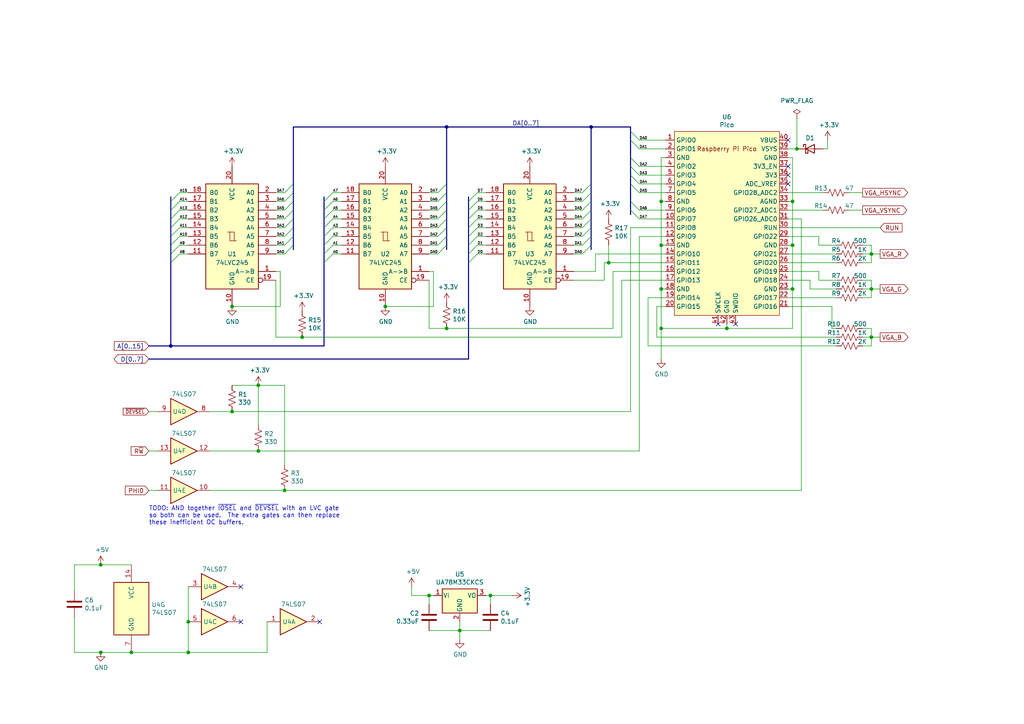
<source format=kicad_sch>
(kicad_sch (version 20230121) (generator eeschema)
  (paper "A4")
  (title_block (title "Apple II VGA Card") (date "2023-10-28") (rev "B") (comment 1 "Licensed under CERN-OHL-P V2.0 (https://ohwr.org/cern_ohl_p_v2.txt)") (comment 2 "Copyright (c) 2021-2022 Mark Aikens") (comment 3 "rev. B 2023 MSXmakers!"))
  (lib_symbols
    (symbol "74xx:74LS07" (pin_names (offset 1.016))
      (property "Reference" "U" (at 0 1.27 0))
      (property "Value" "74LS07" (at 0 -1.27 0))
      (symbol "74LS07_1_0"
        (polyline (pts (xy -3.81 3.81) (xy -3.81 -3.81) (xy 3.81 0) (xy -3.81 3.81)) (stroke (width 0.254)) (fill (type background)))
        (pin input line (at -7.62 0 0) (length 3.81) (name "~") (number "1"))
        (pin open_collector line (at 7.62 0 180) (length 3.81) (name "~") (number "2"))
      )
      (symbol "74LS07_2_0"
        (polyline (pts (xy -3.81 3.81) (xy -3.81 -3.81) (xy 3.81 0) (xy -3.81 3.81)) (stroke (width 0.254)) (fill (type background)))
        (pin input line (at -7.62 0 0) (length 3.81) (name "~") (number "3"))
        (pin open_collector line (at 7.62 0 180) (length 3.81) (name "~") (number "4"))
      )
      (symbol "74LS07_3_0"
        (polyline (pts (xy -3.81 3.81) (xy -3.81 -3.81) (xy 3.81 0) (xy -3.81 3.81)) (stroke (width 0.254)) (fill (type background)))
        (pin input line (at -7.62 0 0) (length 3.81) (name "~") (number "5"))
        (pin open_collector line (at 7.62 0 180) (length 3.81) (name "~") (number "6"))
      )
      (symbol "74LS07_4_0"
        (polyline (pts (xy -3.81 3.81) (xy -3.81 -3.81) (xy 3.81 0) (xy -3.81 3.81)) (stroke (width 0.254)) (fill (type background)))
        (pin open_collector line (at 7.62 0 180) (length 3.81) (name "~") (number "8"))
        (pin input line (at -7.62 0 0) (length 3.81) (name "~") (number "9"))
      )
      (symbol "74LS07_5_0"
        (polyline (pts (xy -3.81 3.81) (xy -3.81 -3.81) (xy 3.81 0) (xy -3.81 3.81)) (stroke (width 0.254)) (fill (type background)))
        (pin open_collector line (at 7.62 0 180) (length 3.81) (name "~") (number "10"))
        (pin input line (at -7.62 0 0) (length 3.81) (name "~") (number "11"))
      )
      (symbol "74LS07_6_0"
        (polyline (pts (xy -3.81 3.81) (xy -3.81 -3.81) (xy 3.81 0) (xy -3.81 3.81)) (stroke (width 0.254)) (fill (type background)))
        (pin open_collector line (at 7.62 0 180) (length 3.81) (name "~") (number "12"))
        (pin input line (at -7.62 0 0) (length 3.81) (name "~") (number "13"))
      )
      (symbol "74LS07_7_0"
        (pin power_in line (at 0 12.7 270) (length 5.08) (name "VCC") (number "14"))
        (pin power_in line (at 0 -12.7 90) (length 5.08) (name "GND") (number "7"))
      )
      (symbol "74LS07_7_1"
        (rectangle (start -5.08 7.62) (end 5.08 -7.62) (stroke (width 0.254)) (fill (type background)))
      )
    )
    (symbol "74xx:74LS245" (pin_names (offset 1.016))
      (property "Reference" "U" (at -7.62 16.51 0))
      (property "Value" "74LS245" (at -7.62 -16.51 0))
      (symbol "74LS245_1_0"
        (polyline (pts (xy -0.635 -1.27) (xy -0.635 1.27) (xy 0.635 1.27)))
        (polyline (pts (xy -1.27 -1.27) (xy 0.635 -1.27) (xy 0.635 1.27) (xy 1.27 1.27)))
        (pin input line (at -12.7 -10.16 0) (length 5.08) (name "A->B") (number "1"))
        (pin power_in line (at 0 -20.32 90) (length 5.08) (name "GND") (number "10"))
        (pin tri_state line (at 12.7 -5.08 180) (length 5.08) (name "B7") (number "11"))
        (pin tri_state line (at 12.7 -2.54 180) (length 5.08) (name "B6") (number "12"))
        (pin tri_state line (at 12.7 0 180) (length 5.08) (name "B5") (number "13"))
        (pin tri_state line (at 12.7 2.54 180) (length 5.08) (name "B4") (number "14"))
        (pin tri_state line (at 12.7 5.08 180) (length 5.08) (name "B3") (number "15"))
        (pin tri_state line (at 12.7 7.62 180) (length 5.08) (name "B2") (number "16"))
        (pin tri_state line (at 12.7 10.16 180) (length 5.08) (name "B1") (number "17"))
        (pin tri_state line (at 12.7 12.7 180) (length 5.08) (name "B0") (number "18"))
        (pin input inverted (at -12.7 -12.7 0) (length 5.08) (name "CE") (number "19"))
        (pin tri_state line (at -12.7 12.7 0) (length 5.08) (name "A0") (number "2"))
        (pin power_in line (at 0 20.32 270) (length 5.08) (name "VCC") (number "20"))
        (pin tri_state line (at -12.7 10.16 0) (length 5.08) (name "A1") (number "3"))
        (pin tri_state line (at -12.7 7.62 0) (length 5.08) (name "A2") (number "4"))
        (pin tri_state line (at -12.7 5.08 0) (length 5.08) (name "A3") (number "5"))
        (pin tri_state line (at -12.7 2.54 0) (length 5.08) (name "A4") (number "6"))
        (pin tri_state line (at -12.7 0 0) (length 5.08) (name "A5") (number "7"))
        (pin tri_state line (at -12.7 -2.54 0) (length 5.08) (name "A6") (number "8"))
        (pin tri_state line (at -12.7 -5.08 0) (length 5.08) (name "A7") (number "9"))
      )
      (symbol "74LS245_1_1"
        (rectangle (start -7.62 15.24) (end 7.62 -15.24) (stroke (width 0.254)) (fill (type background)))
      )
    )
    (symbol "Device:C" (pin_numbers hide) (pin_names (offset 0.254))
      (property "Reference" "C" (at 0.635 2.54 0))
      (property "Value" "C" (at 0.635 -2.54 0))
      (symbol "C_0_1"
        (polyline (pts (xy -2.032 -0.762) (xy 2.032 -0.762)) (stroke (width 0.508)))
        (polyline (pts (xy -2.032 0.762) (xy 2.032 0.762)) (stroke (width 0.508)))
      )
      (symbol "C_1_1"
        (pin passive line (at 0 3.81 270) (length 2.794) (name "~") (number "1"))
        (pin passive line (at 0 -3.81 90) (length 2.794) (name "~") (number "2"))
      )
    )
    (symbol "Device:D_Schottky" (pin_numbers hide) (pin_names (offset 1.016) hide)
      (property "Reference" "D" (at 0 2.54 0))
      (property "Value" "D_Schottky" (at 0 -2.54 0))
      (symbol "D_Schottky_0_1"
        (polyline (pts (xy 1.27 0) (xy -1.27 0)))
        (polyline (pts (xy 1.27 1.27) (xy 1.27 -1.27) (xy -1.27 0) (xy 1.27 1.27)) (stroke (width 0.254)))
        (polyline (pts (xy -1.905 0.635) (xy -1.905 1.27) (xy -1.27 1.27) (xy -1.27 -1.27) (xy -0.635 -1.27) (xy -0.635 -0.635)) (stroke (width 0.254)))
      )
      (symbol "D_Schottky_1_1"
        (pin passive line (at -3.81 0 0) (length 2.54) (name "K") (number "1"))
        (pin passive line (at 3.81 0 180) (length 2.54) (name "A") (number "2"))
      )
    )
    (symbol "Device:R_US" (pin_numbers hide) (pin_names (offset 0))
      (property "Reference" "R" (at 2.54 0 90))
      (property "Value" "R_US" (at -2.54 0 90))
      (symbol "R_US_0_1"
        (polyline (pts (xy 0 -2.286) (xy 0 -2.54)))
        (polyline (pts (xy 0 2.286) (xy 0 2.54)))
        (polyline (pts (xy 0 -0.762) (xy 1.016 -1.143) (xy 0 -1.524) (xy -1.016 -1.905) (xy 0 -2.286)))
        (polyline (pts (xy 0 0.762) (xy 1.016 0.381) (xy 0 0) (xy -1.016 -0.381) (xy 0 -0.762)))
        (polyline (pts (xy 0 2.286) (xy 1.016 1.905) (xy 0 1.524) (xy -1.016 1.143) (xy 0 0.762)))
      )
      (symbol "R_US_1_1"
        (pin passive line (at 0 3.81 270) (length 1.27) (name "~") (number "1"))
        (pin passive line (at 0 -3.81 90) (length 1.27) (name "~") (number "2"))
      )
    )
    (symbol "MCU_RaspberryPi_and_Boards:Pico"
      (property "Reference" "U" (at -13.97 27.94 0))
      (property "Value" "Pico" (at 0 19.05 0))
      (symbol "Pico_0_0"
        (text "Raspberry Pi Pico" (at 0 21.59 0) (effects (font (size 1.27 1.27))))
      )
      (symbol "Pico_0_1"
        (rectangle (start -15.24 26.67) (end 15.24 -26.67) (fill (type background)))
      )
      (symbol "Pico_1_1"
        (pin bidirectional line (at -17.78 24.13 0) (length 2.54) (name "GPIO0") (number "1"))
        (pin bidirectional line (at -17.78 1.27 0) (length 2.54) (name "GPIO7") (number "10"))
        (pin bidirectional line (at -17.78 -1.27 0) (length 2.54) (name "GPIO8") (number "11"))
        (pin bidirectional line (at -17.78 -3.81 0) (length 2.54) (name "GPIO9") (number "12"))
        (pin power_in line (at -17.78 -6.35 0) (length 2.54) (name "GND") (number "13"))
        (pin bidirectional line (at -17.78 -8.89 0) (length 2.54) (name "GPIO10") (number "14"))
        (pin bidirectional line (at -17.78 -11.43 0) (length 2.54) (name "GPIO11") (number "15"))
        (pin bidirectional line (at -17.78 -13.97 0) (length 2.54) (name "GPIO12") (number "16"))
        (pin bidirectional line (at -17.78 -16.51 0) (length 2.54) (name "GPIO13") (number "17"))
        (pin power_in line (at -17.78 -19.05 0) (length 2.54) (name "GND") (number "18"))
        (pin bidirectional line (at -17.78 -21.59 0) (length 2.54) (name "GPIO14") (number "19"))
        (pin bidirectional line (at -17.78 21.59 0) (length 2.54) (name "GPIO1") (number "2"))
        (pin bidirectional line (at -17.78 -24.13 0) (length 2.54) (name "GPIO15") (number "20"))
        (pin bidirectional line (at 17.78 -24.13 180) (length 2.54) (name "GPIO16") (number "21"))
        (pin bidirectional line (at 17.78 -21.59 180) (length 2.54) (name "GPIO17") (number "22"))
        (pin power_in line (at 17.78 -19.05 180) (length 2.54) (name "GND") (number "23"))
        (pin bidirectional line (at 17.78 -16.51 180) (length 2.54) (name "GPIO18") (number "24"))
        (pin bidirectional line (at 17.78 -13.97 180) (length 2.54) (name "GPIO19") (number "25"))
        (pin bidirectional line (at 17.78 -11.43 180) (length 2.54) (name "GPIO20") (number "26"))
        (pin bidirectional line (at 17.78 -8.89 180) (length 2.54) (name "GPIO21") (number "27"))
        (pin power_in line (at 17.78 -6.35 180) (length 2.54) (name "GND") (number "28"))
        (pin bidirectional line (at 17.78 -3.81 180) (length 2.54) (name "GPIO22") (number "29"))
        (pin power_in line (at -17.78 19.05 0) (length 2.54) (name "GND") (number "3"))
        (pin input line (at 17.78 -1.27 180) (length 2.54) (name "RUN") (number "30"))
        (pin bidirectional line (at 17.78 1.27 180) (length 2.54) (name "GPIO26_ADC0") (number "31"))
        (pin bidirectional line (at 17.78 3.81 180) (length 2.54) (name "GPIO27_ADC1") (number "32"))
        (pin power_in line (at 17.78 6.35 180) (length 2.54) (name "AGND") (number "33"))
        (pin bidirectional line (at 17.78 8.89 180) (length 2.54) (name "GPIO28_ADC2") (number "34"))
        (pin power_in line (at 17.78 11.43 180) (length 2.54) (name "ADC_VREF") (number "35"))
        (pin power_in line (at 17.78 13.97 180) (length 2.54) (name "3V3") (number "36"))
        (pin input line (at 17.78 16.51 180) (length 2.54) (name "3V3_EN") (number "37"))
        (pin bidirectional line (at 17.78 19.05 180) (length 2.54) (name "GND") (number "38"))
        (pin power_in line (at 17.78 21.59 180) (length 2.54) (name "VSYS") (number "39"))
        (pin bidirectional line (at -17.78 16.51 0) (length 2.54) (name "GPIO2") (number "4"))
        (pin power_in line (at 17.78 24.13 180) (length 2.54) (name "VBUS") (number "40"))
        (pin input line (at -2.54 -29.21 90) (length 2.54) (name "SWCLK") (number "41"))
        (pin power_in line (at 0 -29.21 90) (length 2.54) (name "GND") (number "42"))
        (pin bidirectional line (at 2.54 -29.21 90) (length 2.54) (name "SWDIO") (number "43"))
        (pin bidirectional line (at -17.78 13.97 0) (length 2.54) (name "GPIO3") (number "5"))
        (pin bidirectional line (at -17.78 11.43 0) (length 2.54) (name "GPIO4") (number "6"))
        (pin bidirectional line (at -17.78 8.89 0) (length 2.54) (name "GPIO5") (number "7"))
        (pin power_in line (at -17.78 6.35 0) (length 2.54) (name "GND") (number "8"))
        (pin bidirectional line (at -17.78 3.81 0) (length 2.54) (name "GPIO6") (number "9"))
      )
    )
    (symbol "Regulator_Linear:LF33_TO220" (pin_names (offset 0.254))
      (property "Reference" "U" (at -3.81 3.175 0))
      (property "Value" "LF33_TO220" (at 0 3.175 0))
      (symbol "LF33_TO220_0_1"
        (rectangle (start -5.08 1.905) (end 5.08 -5.08) (stroke (width 0.254)) (fill (type background)))
      )
      (symbol "LF33_TO220_1_1"
        (pin power_in line (at -7.62 0 0) (length 2.54) (name "VI") (number "1"))
        (pin power_in line (at 0 -7.62 90) (length 2.54) (name "GND") (number "2"))
        (pin power_out line (at 7.62 0 180) (length 2.54) (name "VO") (number "3"))
      )
    )
    (symbol "power:+3.3V" (power) (pin_names (offset 0))
      (property "Value" "+3.3V" (at 0 3.556 0))
      (symbol "+3.3V_0_1"
        (polyline (pts (xy -0.762 1.27) (xy 0 2.54)))
        (polyline (pts (xy 0 0) (xy 0 2.54)))
        (polyline (pts (xy 0 2.54) (xy 0.762 1.27)))
      )
      (symbol "+3.3V_1_1"
        (pin power_in line (at 0 0 90) (length 0) hide (name "+3.3V") (number "1"))
      )
    )
    (symbol "power:+5V" (power) (pin_names (offset 0))
      (property "Value" "+5V" (at 0 3.556 0))
      (symbol "+5V_0_1"
        (polyline (pts (xy -0.762 1.27) (xy 0 2.54)))
        (polyline (pts (xy 0 0) (xy 0 2.54)))
        (polyline (pts (xy 0 2.54) (xy 0.762 1.27)))
      )
      (symbol "+5V_1_1"
        (pin power_in line (at 0 0 90) (length 0) hide (name "+5V") (number "1"))
      )
    )
    (symbol "power:GND" (power) (pin_names (offset 0))
      (property "Value" "GND" (at 0 -3.81 0))
      (symbol "GND_0_1"
        (polyline (pts (xy 0 0) (xy 0 -1.27) (xy 1.27 -1.27) (xy 0 -2.54) (xy -1.27 -1.27) (xy 0 -1.27)))
      )
      (symbol "GND_1_1"
        (pin power_in line (at 0 0 270) (length 0) hide (name "GND") (number "1"))
      )
    )
    (symbol "power:PWR_FLAG" (power) (pin_numbers hide) (pin_names (offset 0) hide)
      (property "Value" "PWR_FLAG" (at 0 3.81 0))
      (symbol "PWR_FLAG_0_0"
        (pin power_out line (at 0 0 90) (length 0) (name "pwr") (number "1"))
      )
      (symbol "PWR_FLAG_0_1"
        (polyline (pts (xy 0 0) (xy 0 1.27) (xy -1.016 1.905) (xy 0 2.54) (xy 1.016 1.905) (xy 0 1.27)))
      )
    )
  )
  (junction (at 38.1 189.23))
  (junction (at 74.93 111.76))
  (junction (at 67.31 88.9))
  (junction (at 129.54 36.83))
  (junction (at 142.24 172.72))
  (junction (at 54.61 180.34))
  (junction (at 49.53 100.33))
  (junction (at 87.63 97.79))
  (junction (at 176.53 76.2))
  (junction (at 231.14 43.18))
  (junction (at 191.77 58.42))
  (junction (at 191.77 95.25))
  (junction (at 252.73 83.82))
  (junction (at 29.21 163.83))
  (junction (at 191.77 83.82))
  (junction (at 191.77 71.12))
  (junction (at 82.55 142.24))
  (junction (at 29.21 189.23))
  (junction (at 229.87 71.12))
  (junction (at 229.87 58.42))
  (junction (at 74.93 130.81))
  (junction (at 210.82 95.25))
  (junction (at 171.45 36.83))
  (junction (at 129.54 95.25))
  (junction (at 124.46 172.72))
  (junction (at 252.73 73.66))
  (junction (at 111.76 88.9))
  (junction (at 229.87 83.82))
  (junction (at 54.61 189.23))
  (junction (at 67.31 119.38))
  (junction (at 252.73 97.79))
  (junction (at 133.35 182.88))
  (no_connect (at 228.6 48.26))
  (no_connect (at 213.36 93.98))
  (no_connect (at 228.6 40.64))
  (no_connect (at 69.85 180.34))
  (no_connect (at 228.6 53.34))
  (no_connect (at 92.71 180.34))
  (no_connect (at 69.85 170.18))
  (no_connect (at 208.28 93.98))
  (no_connect (at 228.6 50.8))
  (bus_entry (at 185.42 63.5) (size -2.54 -2.54))
  (bus_entry (at 135.89 63.5) (size 2.54 -2.54))
  (bus_entry (at 49.53 68.58) (size 2.54 -2.54))
  (bus_entry (at 93.98 66.04) (size 2.54 -2.54))
  (bus_entry (at 93.98 68.58) (size 2.54 -2.54))
  (bus_entry (at 185.42 48.26) (size -2.54 -2.54))
  (bus_entry (at 135.89 71.12) (size 2.54 -2.54))
  (bus_entry (at 82.55 55.88) (size 2.54 -2.54))
  (bus_entry (at 127 55.88) (size 2.54 -2.54))
  (bus_entry (at 49.53 63.5) (size 2.54 -2.54))
  (bus_entry (at 127 63.5) (size 2.54 -2.54))
  (bus_entry (at 93.98 58.42) (size 2.54 -2.54))
  (bus_entry (at 185.42 40.64) (size -2.54 -2.54))
  (bus_entry (at 185.42 55.88) (size -2.54 -2.54))
  (bus_entry (at 135.89 66.04) (size 2.54 -2.54))
  (bus_entry (at 127 68.58) (size 2.54 -2.54))
  (bus_entry (at 93.98 73.66) (size 2.54 -2.54))
  (bus_entry (at 185.42 43.18) (size -2.54 -2.54))
  (bus_entry (at 127 71.12) (size 2.54 -2.54))
  (bus_entry (at 49.53 71.12) (size 2.54 -2.54))
  (bus_entry (at 82.55 63.5) (size 2.54 -2.54))
  (bus_entry (at 93.98 71.12) (size 2.54 -2.54))
  (bus_entry (at 168.91 58.42) (size 2.54 -2.54))
  (bus_entry (at 168.91 68.58) (size 2.54 -2.54))
  (bus_entry (at 135.89 76.2) (size 2.54 -2.54))
  (bus_entry (at 93.98 63.5) (size 2.54 -2.54))
  (bus_entry (at 168.91 66.04) (size 2.54 -2.54))
  (bus_entry (at 82.55 60.96) (size 2.54 -2.54))
  (bus_entry (at 185.42 50.8) (size -2.54 -2.54))
  (bus_entry (at 168.91 60.96) (size 2.54 -2.54))
  (bus_entry (at 127 73.66) (size 2.54 -2.54))
  (bus_entry (at 127 60.96) (size 2.54 -2.54))
  (bus_entry (at 135.89 68.58) (size 2.54 -2.54))
  (bus_entry (at 135.89 58.42) (size 2.54 -2.54))
  (bus_entry (at 82.55 68.58) (size 2.54 -2.54))
  (bus_entry (at 135.89 60.96) (size 2.54 -2.54))
  (bus_entry (at 82.55 58.42) (size 2.54 -2.54))
  (bus_entry (at 49.53 73.66) (size 2.54 -2.54))
  (bus_entry (at 168.91 71.12) (size 2.54 -2.54))
  (bus_entry (at 93.98 60.96) (size 2.54 -2.54))
  (bus_entry (at 82.55 71.12) (size 2.54 -2.54))
  (bus_entry (at 185.42 60.96) (size -2.54 -2.54))
  (bus_entry (at 185.42 53.34) (size -2.54 -2.54))
  (bus_entry (at 82.55 66.04) (size 2.54 -2.54))
  (bus_entry (at 49.53 66.04) (size 2.54 -2.54))
  (bus_entry (at 168.91 55.88) (size 2.54 -2.54))
  (bus_entry (at 93.98 76.2) (size 2.54 -2.54))
  (bus_entry (at 82.55 73.66) (size 2.54 -2.54))
  (bus_entry (at 168.91 73.66) (size 2.54 -2.54))
  (bus_entry (at 127 58.42) (size 2.54 -2.54))
  (bus_entry (at 135.89 73.66) (size 2.54 -2.54))
  (bus_entry (at 127 66.04) (size 2.54 -2.54))
  (bus_entry (at 168.91 63.5) (size 2.54 -2.54))
  (bus_entry (at 49.53 76.2) (size 2.54 -2.54))
  (bus_entry (at 49.53 60.96) (size 2.54 -2.54))
  (bus_entry (at 49.53 58.42) (size 2.54 -2.54))
  (wire (pts (xy 29.21 189.23) (xy 38.1 189.23)))
  (wire (pts (xy 172.72 73.66) (xy 193.04 73.66)))
  (wire (pts (xy 229.87 83.82) (xy 229.87 71.12)))
  (bus (pts (xy 182.88 36.83) (xy 182.88 38.1)))
  (wire (pts (xy 250.19 81.28) (xy 252.73 81.28)))
  (wire (pts (xy 74.93 111.76) (xy 74.93 123.19)))
  (bus (pts (xy 93.98 63.5) (xy 93.98 66.04)))
  (wire (pts (xy 52.07 68.58) (xy 54.61 68.58)))
  (bus (pts (xy 135.89 66.04) (xy 135.89 68.58)))
  (wire (pts (xy 77.47 189.23) (xy 77.47 180.34)))
  (wire (pts (xy 252.73 81.28) (xy 252.73 83.82)))
  (bus (pts (xy 85.09 36.83) (xy 129.54 36.83)))
  (wire (pts (xy 228.6 73.66) (xy 242.57 73.66)))
  (wire (pts (xy 45.72 142.24) (xy 43.18 142.24)))
  (wire (pts (xy 252.73 83.82) (xy 250.19 83.82)))
  (wire (pts (xy 255.27 73.66) (xy 252.73 73.66)))
  (bus (pts (xy 182.88 58.42) (xy 182.88 60.96)))
  (bus (pts (xy 135.89 76.2) (xy 135.89 104.14)))
  (bus (pts (xy 129.54 63.5) (xy 129.54 66.04)))
  (wire (pts (xy 229.87 71.12) (xy 228.6 71.12)))
  (wire (pts (xy 140.97 71.12) (xy 138.43 71.12)))
  (wire (pts (xy 140.97 172.72) (xy 142.24 172.72)))
  (wire (pts (xy 191.77 95.25) (xy 191.77 83.82)))
  (wire (pts (xy 242.57 81.28) (xy 237.49 81.28)))
  (wire (pts (xy 54.61 180.34) (xy 54.61 189.23)))
  (wire (pts (xy 166.37 81.28) (xy 175.26 81.28)))
  (wire (pts (xy 190.5 88.9) (xy 193.04 88.9)))
  (wire (pts (xy 185.42 63.5) (xy 193.04 63.5)))
  (wire (pts (xy 82.55 73.66) (xy 80.01 73.66)))
  (wire (pts (xy 82.55 111.76) (xy 82.55 134.62)))
  (wire (pts (xy 228.6 76.2) (xy 242.57 76.2)))
  (wire (pts (xy 191.77 83.82) (xy 191.77 71.12)))
  (wire (pts (xy 99.06 71.12) (xy 96.52 71.12)))
  (bus (pts (xy 135.89 71.12) (xy 135.89 73.66)))
  (wire (pts (xy 237.49 71.12) (xy 237.49 68.58)))
  (wire (pts (xy 140.97 58.42) (xy 138.43 58.42)))
  (bus (pts (xy 182.88 50.8) (xy 182.88 53.34)))
  (wire (pts (xy 176.53 76.2) (xy 193.04 76.2)))
  (wire (pts (xy 140.97 55.88) (xy 138.43 55.88)))
  (wire (pts (xy 80.01 97.79) (xy 87.63 97.79)))
  (wire (pts (xy 60.96 119.38) (xy 67.31 119.38)))
  (wire (pts (xy 127 68.58) (xy 124.46 68.58)))
  (wire (pts (xy 250.19 55.88) (xy 246.38 55.88)))
  (wire (pts (xy 52.07 71.12) (xy 54.61 71.12)))
  (wire (pts (xy 252.73 86.36) (xy 252.73 83.82)))
  (bus (pts (xy 182.88 40.64) (xy 182.88 45.72)))
  (wire (pts (xy 176.53 71.12) (xy 176.53 76.2)))
  (wire (pts (xy 129.54 95.25) (xy 177.8 95.25)))
  (bus (pts (xy 129.54 66.04) (xy 129.54 68.58)))
  (bus (pts (xy 171.45 36.83) (xy 182.88 36.83)))
  (wire (pts (xy 52.07 63.5) (xy 54.61 63.5)))
  (wire (pts (xy 80.01 71.12) (xy 82.55 71.12)))
  (wire (pts (xy 185.42 68.58) (xy 193.04 68.58)))
  (bus (pts (xy 182.88 53.34) (xy 182.88 58.42)))
  (bus (pts (xy 129.54 36.83) (xy 171.45 36.83)))
  (wire (pts (xy 185.42 60.96) (xy 193.04 60.96)))
  (wire (pts (xy 124.46 95.25) (xy 129.54 95.25)))
  (wire (pts (xy 241.3 95.25) (xy 242.57 95.25)))
  (wire (pts (xy 52.07 73.66) (xy 54.61 73.66)))
  (wire (pts (xy 99.06 58.42) (xy 96.52 58.42)))
  (wire (pts (xy 255.27 97.79) (xy 252.73 97.79)))
  (wire (pts (xy 140.97 68.58) (xy 138.43 68.58)))
  (wire (pts (xy 234.95 81.28) (xy 228.6 81.28)))
  (wire (pts (xy 252.73 97.79) (xy 250.19 97.79)))
  (wire (pts (xy 191.77 58.42) (xy 193.04 58.42)))
  (wire (pts (xy 168.91 66.04) (xy 166.37 66.04)))
  (bus (pts (xy 49.53 68.58) (xy 49.53 71.12)))
  (wire (pts (xy 99.06 60.96) (xy 96.52 60.96)))
  (wire (pts (xy 52.07 60.96) (xy 54.61 60.96)))
  (wire (pts (xy 250.19 76.2) (xy 252.73 76.2)))
  (wire (pts (xy 87.63 97.79) (xy 180.34 97.79)))
  (wire (pts (xy 193.04 50.8) (xy 185.42 50.8)))
  (wire (pts (xy 250.19 100.33) (xy 252.73 100.33)))
  (wire (pts (xy 124.46 172.72) (xy 119.38 172.72)))
  (wire (pts (xy 185.42 53.34) (xy 193.04 53.34)))
  (bus (pts (xy 171.45 63.5) (xy 171.45 66.04)))
  (wire (pts (xy 124.46 81.28) (xy 124.46 95.25)))
  (wire (pts (xy 74.93 111.76) (xy 67.31 111.76)))
  (wire (pts (xy 168.91 71.12) (xy 166.37 71.12)))
  (bus (pts (xy 85.09 55.88) (xy 85.09 58.42)))
  (wire (pts (xy 82.55 55.88) (xy 80.01 55.88)))
  (wire (pts (xy 185.42 55.88) (xy 193.04 55.88)))
  (wire (pts (xy 231.14 34.29) (xy 231.14 43.18)))
  (wire (pts (xy 187.96 86.36) (xy 193.04 86.36)))
  (wire (pts (xy 82.55 66.04) (xy 80.01 66.04)))
  (wire (pts (xy 240.03 40.64) (xy 240.03 43.18)))
  (bus (pts (xy 85.09 53.34) (xy 85.09 55.88)))
  (wire (pts (xy 168.91 58.42) (xy 166.37 58.42)))
  (bus (pts (xy 93.98 68.58) (xy 93.98 71.12)))
  (bus (pts (xy 85.09 66.04) (xy 85.09 68.58)))
  (wire (pts (xy 166.37 73.66) (xy 168.91 73.66)))
  (wire (pts (xy 190.5 97.79) (xy 242.57 97.79)))
  (wire (pts (xy 166.37 78.74) (xy 172.72 78.74)))
  (wire (pts (xy 142.24 172.72) (xy 142.24 175.26)))
  (wire (pts (xy 67.31 119.38) (xy 182.88 119.38)))
  (wire (pts (xy 82.55 63.5) (xy 80.01 63.5)))
  (wire (pts (xy 210.82 95.25) (xy 229.87 95.25)))
  (wire (pts (xy 187.96 100.33) (xy 242.57 100.33)))
  (wire (pts (xy 127 71.12) (xy 124.46 71.12)))
  (bus (pts (xy 171.45 55.88) (xy 171.45 58.42)))
  (bus (pts (xy 129.54 36.83) (xy 129.54 53.34)))
  (wire (pts (xy 99.06 55.88) (xy 96.52 55.88)))
  (bus (pts (xy 49.53 100.33) (xy 93.98 100.33)))
  (bus (pts (xy 182.88 48.26) (xy 182.88 50.8)))
  (wire (pts (xy 191.77 71.12) (xy 191.77 58.42)))
  (wire (pts (xy 140.97 66.04) (xy 138.43 66.04)))
  (wire (pts (xy 125.73 172.72) (xy 124.46 172.72)))
  (wire (pts (xy 29.21 163.83) (xy 38.1 163.83)))
  (wire (pts (xy 180.34 81.28) (xy 193.04 81.28)))
  (wire (pts (xy 52.07 55.88) (xy 54.61 55.88)))
  (bus (pts (xy 93.98 58.42) (xy 93.98 60.96)))
  (wire (pts (xy 80.01 78.74) (xy 81.28 78.74)))
  (wire (pts (xy 127 73.66) (xy 124.46 73.66)))
  (wire (pts (xy 99.06 66.04) (xy 96.52 66.04)))
  (wire (pts (xy 99.06 63.5) (xy 96.52 63.5)))
  (wire (pts (xy 133.35 182.88) (xy 133.35 180.34)))
  (bus (pts (xy 135.89 57.15) (xy 135.89 58.42)))
  (wire (pts (xy 82.55 142.24) (xy 232.41 142.24)))
  (wire (pts (xy 250.19 86.36) (xy 252.73 86.36)))
  (bus (pts (xy 135.89 58.42) (xy 135.89 60.96)))
  (wire (pts (xy 82.55 60.96) (xy 80.01 60.96)))
  (wire (pts (xy 234.95 83.82) (xy 242.57 83.82)))
  (wire (pts (xy 241.3 88.9) (xy 241.3 95.25)))
  (bus (pts (xy 129.54 58.42) (xy 129.54 60.96)))
  (wire (pts (xy 185.42 68.58) (xy 185.42 130.81)))
  (bus (pts (xy 93.98 57.15) (xy 93.98 58.42)))
  (wire (pts (xy 237.49 78.74) (xy 228.6 78.74)))
  (bus (pts (xy 182.88 60.96) (xy 182.88 62.23)))
  (wire (pts (xy 237.49 81.28) (xy 237.49 78.74)))
  (wire (pts (xy 127 63.5) (xy 124.46 63.5)))
  (wire (pts (xy 252.73 95.25) (xy 252.73 97.79)))
  (wire (pts (xy 191.77 58.42) (xy 191.77 45.72)))
  (wire (pts (xy 210.82 95.25) (xy 210.82 93.98)))
  (wire (pts (xy 237.49 68.58) (xy 228.6 68.58)))
  (wire (pts (xy 229.87 45.72) (xy 228.6 45.72)))
  (wire (pts (xy 140.97 63.5) (xy 138.43 63.5)))
  (wire (pts (xy 127 66.04) (xy 124.46 66.04)))
  (bus (pts (xy 93.98 60.96) (xy 93.98 63.5)))
  (wire (pts (xy 175.26 76.2) (xy 175.26 81.28)))
  (wire (pts (xy 38.1 189.23) (xy 54.61 189.23)))
  (bus (pts (xy 171.45 58.42) (xy 171.45 60.96)))
  (wire (pts (xy 52.07 66.04) (xy 54.61 66.04)))
  (wire (pts (xy 241.3 88.9) (xy 228.6 88.9)))
  (bus (pts (xy 135.89 73.66) (xy 135.89 76.2)))
  (wire (pts (xy 125.73 88.9) (xy 111.76 88.9)))
  (wire (pts (xy 187.96 100.33) (xy 187.96 86.36)))
  (bus (pts (xy 135.89 68.58) (xy 135.89 71.12)))
  (bus (pts (xy 43.18 100.33) (xy 49.53 100.33)))
  (wire (pts (xy 74.93 130.81) (xy 185.42 130.81)))
  (bus (pts (xy 135.89 60.96) (xy 135.89 63.5)))
  (wire (pts (xy 255.27 83.82) (xy 252.73 83.82)))
  (wire (pts (xy 21.59 163.83) (xy 29.21 163.83)))
  (wire (pts (xy 81.28 78.74) (xy 81.28 88.9)))
  (wire (pts (xy 182.88 66.04) (xy 182.88 119.38)))
  (bus (pts (xy 182.88 45.72) (xy 182.88 48.26)))
  (wire (pts (xy 142.24 182.88) (xy 133.35 182.88)))
  (wire (pts (xy 191.77 45.72) (xy 193.04 45.72)))
  (bus (pts (xy 93.98 66.04) (xy 93.98 68.58)))
  (wire (pts (xy 82.55 68.58) (xy 80.01 68.58)))
  (wire (pts (xy 237.49 71.12) (xy 242.57 71.12)))
  (wire (pts (xy 124.46 172.72) (xy 124.46 175.26)))
  (bus (pts (xy 85.09 60.96) (xy 85.09 63.5)))
  (wire (pts (xy 229.87 58.42) (xy 229.87 45.72)))
  (wire (pts (xy 172.72 73.66) (xy 172.72 78.74)))
  (wire (pts (xy 119.38 172.72) (xy 119.38 170.18)))
  (wire (pts (xy 238.76 60.96) (xy 228.6 60.96)))
  (wire (pts (xy 60.96 130.81) (xy 74.93 130.81)))
  (wire (pts (xy 52.07 58.42) (xy 54.61 58.42)))
  (bus (pts (xy 85.09 68.58) (xy 85.09 71.12)))
  (wire (pts (xy 250.19 71.12) (xy 252.73 71.12)))
  (wire (pts (xy 127 55.88) (xy 124.46 55.88)))
  (bus (pts (xy 129.54 60.96) (xy 129.54 63.5)))
  (wire (pts (xy 252.73 73.66) (xy 250.19 73.66)))
  (wire (pts (xy 81.28 88.9) (xy 67.31 88.9)))
  (wire (pts (xy 229.87 83.82) (xy 228.6 83.82)))
  (bus (pts (xy 49.53 66.04) (xy 49.53 68.58)))
  (bus (pts (xy 85.09 71.12) (xy 85.09 72.39)))
  (wire (pts (xy 45.72 119.38) (xy 43.18 119.38)))
  (bus (pts (xy 49.53 76.2) (xy 49.53 100.33)))
  (wire (pts (xy 228.6 86.36) (xy 242.57 86.36)))
  (wire (pts (xy 177.8 78.74) (xy 193.04 78.74)))
  (wire (pts (xy 240.03 43.18) (xy 238.76 43.18)))
  (bus (pts (xy 49.53 60.96) (xy 49.53 63.5)))
  (wire (pts (xy 21.59 179.07) (xy 21.59 189.23)))
  (wire (pts (xy 234.95 83.82) (xy 234.95 81.28)))
  (wire (pts (xy 140.97 73.66) (xy 138.43 73.66)))
  (wire (pts (xy 140.97 60.96) (xy 138.43 60.96)))
  (wire (pts (xy 191.77 95.25) (xy 210.82 95.25)))
  (wire (pts (xy 229.87 95.25) (xy 229.87 83.82)))
  (bus (pts (xy 129.54 71.12) (xy 129.54 72.39)))
  (bus (pts (xy 171.45 53.34) (xy 171.45 55.88)))
  (wire (pts (xy 232.41 63.5) (xy 228.6 63.5)))
  (bus (pts (xy 49.53 57.15) (xy 49.53 58.42)))
  (wire (pts (xy 124.46 182.88) (xy 133.35 182.88)))
  (wire (pts (xy 175.26 76.2) (xy 176.53 76.2)))
  (bus (pts (xy 43.18 104.14) (xy 135.89 104.14)))
  (bus (pts (xy 171.45 68.58) (xy 171.45 71.12)))
  (wire (pts (xy 228.6 66.04) (xy 255.27 66.04)))
  (wire (pts (xy 74.93 111.76) (xy 82.55 111.76)))
  (wire (pts (xy 252.73 76.2) (xy 252.73 73.66)))
  (wire (pts (xy 142.24 172.72) (xy 148.59 172.72)))
  (wire (pts (xy 182.88 66.04) (xy 193.04 66.04)))
  (wire (pts (xy 80.01 81.28) (xy 80.01 97.79)))
  (wire (pts (xy 82.55 58.42) (xy 80.01 58.42)))
  (wire (pts (xy 231.14 43.18) (xy 228.6 43.18)))
  (bus (pts (xy 93.98 71.12) (xy 93.98 73.66)))
  (wire (pts (xy 168.91 63.5) (xy 166.37 63.5)))
  (bus (pts (xy 85.09 58.42) (xy 85.09 60.96)))
  (wire (pts (xy 21.59 189.23) (xy 29.21 189.23)))
  (wire (pts (xy 125.73 78.74) (xy 125.73 88.9)))
  (bus (pts (xy 85.09 36.83) (xy 85.09 53.34)))
  (bus (pts (xy 49.53 58.42) (xy 49.53 60.96)))
  (bus (pts (xy 93.98 76.2) (xy 93.98 100.33)))
  (wire (pts (xy 168.91 68.58) (xy 166.37 68.58)))
  (wire (pts (xy 127 58.42) (xy 124.46 58.42)))
  (bus (pts (xy 93.98 73.66) (xy 93.98 76.2)))
  (wire (pts (xy 185.42 43.18) (xy 193.04 43.18)))
  (wire (pts (xy 54.61 189.23) (xy 77.47 189.23)))
  (wire (pts (xy 127 60.96) (xy 124.46 60.96)))
  (wire (pts (xy 124.46 78.74) (xy 125.73 78.74)))
  (wire (pts (xy 229.87 71.12) (xy 229.87 58.42)))
  (bus (pts (xy 49.53 63.5) (xy 49.53 66.04)))
  (bus (pts (xy 49.53 73.66) (xy 49.53 76.2)))
  (wire (pts (xy 238.76 55.88) (xy 228.6 55.88)))
  (bus (pts (xy 49.53 71.12) (xy 49.53 73.66)))
  (wire (pts (xy 45.72 130.81) (xy 43.18 130.81)))
  (wire (pts (xy 168.91 60.96) (xy 166.37 60.96)))
  (wire (pts (xy 168.91 55.88) (xy 166.37 55.88)))
  (wire (pts (xy 232.41 142.24) (xy 232.41 63.5)))
  (wire (pts (xy 191.77 83.82) (xy 193.04 83.82)))
  (bus (pts (xy 135.89 63.5) (xy 135.89 66.04)))
  (wire (pts (xy 177.8 95.25) (xy 177.8 78.74)))
  (wire (pts (xy 250.19 95.25) (xy 252.73 95.25)))
  (wire (pts (xy 250.19 60.96) (xy 246.38 60.96)))
  (bus (pts (xy 129.54 55.88) (xy 129.54 58.42)))
  (wire (pts (xy 185.42 48.26) (xy 193.04 48.26)))
  (bus (pts (xy 171.45 60.96) (xy 171.45 63.5)))
  (wire (pts (xy 191.77 71.12) (xy 193.04 71.12)))
  (bus (pts (xy 129.54 68.58) (xy 129.54 71.12)))
  (wire (pts (xy 229.87 58.42) (xy 228.6 58.42)))
  (bus (pts (xy 182.88 38.1) (xy 182.88 40.64)))
  (bus (pts (xy 85.09 63.5) (xy 85.09 66.04)))
  (bus (pts (xy 171.45 66.04) (xy 171.45 68.58)))
  (wire (pts (xy 99.06 68.58) (xy 96.52 68.58)))
  (wire (pts (xy 190.5 97.79) (xy 190.5 88.9)))
  (bus (pts (xy 171.45 71.12) (xy 171.45 72.39)))
  (wire (pts (xy 191.77 104.14) (xy 191.77 95.25)))
  (wire (pts (xy 252.73 71.12) (xy 252.73 73.66)))
  (bus (pts (xy 171.45 36.83) (xy 171.45 53.34)))
  (wire (pts (xy 252.73 100.33) (xy 252.73 97.79)))
  (wire (pts (xy 60.96 142.24) (xy 82.55 142.24)))
  (wire (pts (xy 180.34 97.79) (xy 180.34 81.28)))
  (wire (pts (xy 133.35 182.88) (xy 133.35 185.42)))
  (bus (pts (xy 129.54 53.34) (xy 129.54 55.88)))
  (wire (pts (xy 54.61 170.18) (xy 54.61 180.34)))
  (wire (pts (xy 21.59 171.45) (xy 21.59 163.83)))
  (wire (pts (xy 185.42 40.64) (xy 193.04 40.64)))
  (wire (pts (xy 99.06 73.66) (xy 96.52 73.66)))
  (text "TODO: AND together ~{IOSEL} and ~{DEVSEL} with an LVC gate\nso both can be used.  The extra gates can then replace\nthese inefficient OC buffers." (at 43.18 152.4 0) (effects (font (size 1.27 1.27)) (justify left bottom)))
  (label "D4" (at 138.43 63.5 0) (effects (font (size 0.762 0.762))))
  (label "DA7" (at 168.91 55.88 180) (effects (font (size 0.762 0.762))))
  (label "A0" (at 96.52 73.66 0) (effects (font (size 0.762 0.762))))
  (label "DA6" (at 127 58.42 180) (effects (font (size 0.762 0.762))))
  (label "D3" (at 138.43 66.04 0) (effects (font (size 0.762 0.762))))
  (label "DA1" (at 82.55 71.12 180) (effects (font (size 0.762 0.762))))
  (label "A11" (at 52.07 66.04 0) (effects (font (size 0.762 0.762))))
  (label "DA3" (at 185.42 50.8 0) (effects (font (size 0.762 0.762))))
  (label "D6" (at 138.43 58.42 0) (effects (font (size 0.762 0.762))))
  (label "A7" (at 96.52 55.88 0) (effects (font (size 0.762 0.762))))
  (label "A8" (at 52.07 73.66 0) (effects (font (size 0.762 0.762))))
  (label "A2" (at 96.52 68.58 0) (effects (font (size 0.762 0.762))))
  (label "DA5" (at 168.91 60.96 180) (effects (font (size 0.762 0.762))))
  (label "DA7" (at 127 55.88 180) (effects (font (size 0.762 0.762))))
  (label "A15" (at 52.07 55.88 0) (effects (font (size 0.762 0.762))))
  (label "DA0" (at 168.91 73.66 180) (effects (font (size 0.762 0.762))))
  (label "D0" (at 138.43 73.66 0) (effects (font (size 0.762 0.762))))
  (label "DA0" (at 127 73.66 180) (effects (font (size 0.762 0.762))))
  (label "DA4" (at 82.55 63.5 180) (effects (font (size 0.762 0.762))))
  (label "D1" (at 138.43 71.12 0) (effects (font (size 0.762 0.762))))
  (label "A9" (at 52.07 71.12 0) (effects (font (size 0.762 0.762))))
  (label "DA2" (at 185.42 48.26 0) (effects (font (size 0.762 0.762))))
  (label "A6" (at 96.52 58.42 0) (effects (font (size 0.762 0.762))))
  (label "DA0" (at 185.42 40.64 0) (effects (font (size 0.762 0.762))))
  (label "DA0" (at 82.55 73.66 180) (effects (font (size 0.762 0.762))))
  (label "DA2" (at 82.55 68.58 180) (effects (font (size 0.762 0.762))))
  (label "DA4" (at 127 63.5 180) (effects (font (size 0.762 0.762))))
  (label "DA4" (at 185.42 53.34 0) (effects (font (size 0.762 0.762))))
  (label "DA6" (at 168.91 58.42 180) (effects (font (size 0.762 0.762))))
  (label "DA1" (at 185.42 43.18 0) (effects (font (size 0.762 0.762))))
  (label "DA3" (at 127 66.04 180) (effects (font (size 0.762 0.762))))
  (label "A1" (at 96.52 71.12 0) (effects (font (size 0.762 0.762))))
  (label "DA3" (at 82.55 66.04 180) (effects (font (size 0.762 0.762))))
  (label "A14" (at 52.07 58.42 0) (effects (font (size 0.762 0.762))))
  (label "A5" (at 96.52 60.96 0) (effects (font (size 0.762 0.762))))
  (label "DA6" (at 185.42 60.96 0) (effects (font (size 0.762 0.762))))
  (label "D5" (at 138.43 60.96 0) (effects (font (size 0.762 0.762))))
  (label "A4" (at 96.52 63.5 0) (effects (font (size 0.762 0.762))))
  (label "A12" (at 52.07 63.5 0) (effects (font (size 0.762 0.762))))
  (label "DA7" (at 82.55 55.88 180) (effects (font (size 0.762 0.762))))
  (label "A13" (at 52.07 60.96 0) (effects (font (size 0.762 0.762))))
  (label "D2" (at 138.43 68.58 0) (effects (font (size 0.762 0.762))))
  (label "DA5" (at 82.55 60.96 180) (effects (font (size 0.762 0.762))))
  (label "DA5" (at 185.42 55.88 0) (effects (font (size 0.762 0.762))))
  (label "DA4" (at 168.91 63.5 180) (effects (font (size 0.762 0.762))))
  (label "DA5" (at 127 60.96 180) (effects (font (size 0.762 0.762))))
  (label "A10" (at 52.07 68.58 0) (effects (font (size 0.762 0.762))))
  (label "DA[0..7]" (at 148.59 36.83 0))
  (label "DA6" (at 82.55 58.42 180) (effects (font (size 0.762 0.762))))
  (label "DA1" (at 127 71.12 180) (effects (font (size 0.762 0.762))))
  (label "D7" (at 138.43 55.88 0) (effects (font (size 0.762 0.762))))
  (label "DA1" (at 168.91 71.12 180) (effects (font (size 0.762 0.762))))
  (label "DA2" (at 127 68.58 180) (effects (font (size 0.762 0.762))))
  (label "DA3" (at 168.91 66.04 180) (effects (font (size 0.762 0.762))))
  (label "DA2" (at 168.91 68.58 180) (effects (font (size 0.762 0.762))))
  (label "DA7" (at 185.42 63.5 0) (effects (font (size 0.762 0.762))))
  (label "A3" (at 96.52 66.04 0) (effects (font (size 0.762 0.762))))
  (global_label "D[0..7]" (shape bidirectional) (at 43.18 104.14 180) (property "Intersheetrefs" "${INTERSHEET_REFS}" (effects hide)))
  (global_label "PHI0" (shape input) (at 43.18 142.24 180) (property "Intersheetrefs" "${INTERSHEET_REFS}" (effects hide)))
  (global_label "VGA_R" (shape output) (at 255.27 73.66 0) (property "Intersheetrefs" "${INTERSHEET_REFS}" (effects hide)))
  (global_label "RUN" (shape input) (at 255.27 66.04 0) (property "Intersheetrefs" "${INTERSHEET_REFS}" (effects hide)))
  (global_label "VGA_VSYNC" (shape output) (at 250.19 60.96 0) (property "Intersheetrefs" "${INTERSHEET_REFS}" (effects hide)))
  (global_label "R~{W}" (shape input) (at 43.18 130.81 180) (property "Intersheetrefs" "${INTERSHEET_REFS}" (effects hide)))
  (global_label "A[0..15]" (shape input) (at 43.18 100.33 180) (property "Intersheetrefs" "${INTERSHEET_REFS}" (effects hide)))
  (global_label "~{DEVSEL}" (shape input) (at 43.18 119.38 180) (effects (font (size 1.016 1.016))) (property "Intersheetrefs" "${INTERSHEET_REFS}" (effects hide)))
  (global_label "VGA_B" (shape output) (at 255.27 97.79 0) (property "Intersheetrefs" "${INTERSHEET_REFS}" (effects hide)))
  (global_label "VGA_G" (shape output) (at 255.27 83.82 0) (property "Intersheetrefs" "${INTERSHEET_REFS}" (effects hide)))
  (global_label "VGA_HSYNC" (shape output) (at 250.19 55.88 0) (property "Intersheetrefs" "${INTERSHEET_REFS}" (effects hide)))
  (symbol (lib_id "74xx:74LS245") (at 67.31 68.58 0) (mirror y) (unit 1)
    (property "Reference" "U1" (at 67.31 73.66 0))
    (property "Value" "74LVC245" (at 67.31 76.2 0))
    (property "Footprint" "Package_DIP:DIP-20_W7.62mm_Socket" (effects hide))
  )
  (symbol (lib_id "74xx:74LS07") (at 85.09 180.34 0) (unit 1)
    (property "Reference" "U4" (at 83.82 180.34 0))
    (property "Value" "74LS07" (at 85.09 175.26 0))
    (property "Footprint" "Package_DIP:DIP-14_W7.62mm_Socket" (effects hide))
  )
  (symbol (lib_id "74xx:74LS07") (at 38.1 176.53 0) (unit 7)
    (property "Reference" "U4" (at 43.942 175.3616 0) (effects (justify left)))
    (property "Value" "74LS07" (at 43.942 177.673 0) (effects (justify left)))
    (property "Footprint" "Package_DIP:DIP-14_W7.62mm_Socket" (effects hide))
  )
  (symbol (lib_id "74xx:74LS245") (at 111.76 68.58 0) (mirror y) (unit 1)
    (property "Reference" "U2" (at 111.76 73.66 0))
    (property "Value" "74LVC245" (at 111.76 76.2 0))
    (property "Footprint" "Package_DIP:DIP-20_W7.62mm_Socket" (effects hide))
  )
  (symbol (lib_id "74xx:74LS245") (at 153.67 68.58 0) (mirror y) (unit 1)
    (property "Reference" "U3" (at 153.67 73.66 0))
    (property "Value" "74LVC245" (at 153.67 76.2 0))
    (property "Footprint" "Package_DIP:DIP-20_W7.62mm_Socket" (effects hide))
  )
  (symbol (lib_id "MCU_RaspberryPi_and_Boards:Pico") (at 210.82 64.77 0) (unit 1)
    (property "Reference" "U6" (at 210.82 33.909 0))
    (property "Value" "Pico" (at 210.82 36.2204 0))
    (property "Footprint" "MCU_RaspberryPi_and_Boards:RPi_Pico_SMD_TH" (effects hide))
  )
  (symbol (lib_id "Device:R_US") (at 74.93 127 0) (unit 1)
    (property "Reference" "R2" (at 76.6572 125.8316 0) (effects (justify left)))
    (property "Value" "330" (at 76.6572 128.143 0) (effects (justify left)))
    (property "Footprint" "Resistor_THT:R_Axial_DIN0207_L6.3mm_D2.5mm_P10.16mm_Horizontal" (effects hide))
  )
  (symbol (lib_id "power:+3.3V") (at 67.31 48.26 0) (unit 1)
    (property "Reference" "#PWR0104" (effects hide))
    (property "Value" "+3.3V" (at 67.691 43.8658 0))
  )
  (symbol (lib_id "power:+3.3V") (at 111.76 48.26 0) (unit 1)
    (property "Reference" "#PWR0105" (effects hide))
    (property "Value" "+3.3V" (at 112.141 43.8658 0))
  )
  (symbol (lib_id "power:+3.3V") (at 153.67 48.26 0) (unit 1)
    (property "Reference" "#PWR0106" (effects hide))
    (property "Value" "+3.3V" (at 154.051 43.8658 0))
  )
  (symbol (lib_id "power:GND") (at 67.31 88.9 0) (unit 1)
    (property "Reference" "#PWR0107" (effects hide))
    (property "Value" "GND" (at 67.437 93.2942 0))
  )
  (symbol (lib_id "power:GND") (at 111.76 88.9 0) (unit 1)
    (property "Reference" "#PWR0108" (effects hide))
    (property "Value" "GND" (at 111.887 93.2942 0))
  )
  (symbol (lib_id "power:GND") (at 153.67 88.9 0) (unit 1)
    (property "Reference" "#PWR0109" (effects hide))
    (property "Value" "GND" (at 153.797 93.2942 0))
  )
  (symbol (lib_id "power:+5V") (at 29.21 163.83 0) (unit 1)
    (property "Reference" "#PWR0110" (effects hide))
    (property "Value" "+5V" (at 29.591 159.4358 0))
  )
  (symbol (lib_id "power:GND") (at 29.21 189.23 0) (unit 1)
    (property "Reference" "#PWR0111" (effects hide))
    (property "Value" "GND" (at 29.337 193.6242 0))
  )
  (symbol (lib_id "power:+3.3V") (at 240.03 40.64 0) (unit 1)
    (property "Reference" "#PWR0112" (effects hide))
    (property "Value" "+3.3V" (at 240.411 36.2458 0))
  )
  (symbol (lib_id "Device:D_Schottky") (at 234.95 43.18 0) (unit 1)
    (property "Reference" "D1" (at 234.95 40.005 0))
    (property "Value" "D_Schottky" (effects hide))
    (property "Footprint" "Diode_THT:D_DO-41_SOD81_P10.16mm_Horizontal" (effects hide))
  )
  (symbol (lib_id "74xx:74LS07") (at 62.23 170.18 0) (unit 2)
    (property "Reference" "U4" (at 60.96 170.18 0))
    (property "Value" "74LS07" (at 62.23 165.1 0))
    (property "Footprint" "Package_DIP:DIP-14_W7.62mm_Socket" (effects hide))
  )
  (symbol (lib_id "74xx:74LS07") (at 62.23 180.34 0) (unit 3)
    (property "Reference" "U4" (at 60.96 180.34 0))
    (property "Value" "74LS07" (at 62.23 175.26 0))
    (property "Footprint" "Package_DIP:DIP-14_W7.62mm_Socket" (effects hide))
  )
  (symbol (lib_id "74xx:74LS07") (at 53.34 119.38 0) (unit 4)
    (property "Reference" "U4" (at 52.07 119.38 0))
    (property "Value" "74LS07" (at 53.34 114.3 0))
    (property "Footprint" "Package_DIP:DIP-14_W7.62mm_Socket" (effects hide))
  )
  (symbol (lib_id "74xx:74LS07") (at 53.34 142.24 0) (unit 5)
    (property "Reference" "U4" (at 52.07 142.24 0))
    (property "Value" "74LS07" (at 53.34 137.16 0))
    (property "Footprint" "Package_DIP:DIP-14_W7.62mm_Socket" (effects hide))
  )
  (symbol (lib_id "74xx:74LS07") (at 53.34 130.81 0) (unit 6)
    (property "Reference" "U4" (at 52.07 130.81 0))
    (property "Value" "74LS07" (at 53.34 125.73 0))
    (property "Footprint" "Package_DIP:DIP-14_W7.62mm_Socket" (effects hide))
  )
  (symbol (lib_id "Device:R_US") (at 246.38 100.33 90) (unit 1)
    (property "Reference" "R12" (at 243.84 99.06 90) (effects (justify left)))
    (property "Value" "2K" (at 251.46 99.06 90) (effects (justify left)))
    (property "Footprint" "Resistor_THT:R_Axial_DIN0207_L6.3mm_D2.5mm_P10.16mm_Horizontal" (effects hide))
  )
  (symbol (lib_id "Device:R_US") (at 67.31 115.57 0) (unit 1)
    (property "Reference" "R1" (at 69.0372 114.4016 0) (effects (justify left)))
    (property "Value" "330" (at 69.0372 116.713 0) (effects (justify left)))
    (property "Footprint" "Resistor_THT:R_Axial_DIN0207_L6.3mm_D2.5mm_P10.16mm_Horizontal" (effects hide))
  )
  (symbol (lib_id "power:+3.3V") (at 74.93 111.76 0) (unit 1)
    (property "Reference" "#PWR0117" (effects hide))
    (property "Value" "+3.3V" (at 75.311 107.3658 0))
  )
  (symbol (lib_id "Device:R_US") (at 246.38 97.79 90) (unit 1)
    (property "Reference" "R11" (at 243.84 96.52 90) (effects (justify left)))
    (property "Value" "1K" (at 251.46 96.52 90) (effects (justify left)))
    (property "Footprint" "Resistor_THT:R_Axial_DIN0207_L6.3mm_D2.5mm_P10.16mm_Horizontal" (effects hide))
  )
  (symbol (lib_id "Device:R_US") (at 246.38 95.25 90) (unit 1)
    (property "Reference" "R10" (at 243.84 93.98 90) (effects (justify left)))
    (property "Value" "500" (at 251.46 93.98 90) (effects (justify left)))
    (property "Footprint" "Resistor_THT:R_Axial_DIN0207_L6.3mm_D2.5mm_P10.16mm_Horizontal" (effects hide))
  )
  (symbol (lib_id "power:GND") (at 191.77 104.14 0) (unit 1)
    (property "Reference" "#PWR0119" (effects hide))
    (property "Value" "GND" (at 191.897 108.5342 0))
  )
  (symbol (lib_id "Device:R_US") (at 246.38 86.36 90) (unit 1)
    (property "Reference" "R9" (at 243.84 85.09 90) (effects (justify left)))
    (property "Value" "2K" (at 251.46 85.09 90) (effects (justify left)))
    (property "Footprint" "Resistor_THT:R_Axial_DIN0207_L6.3mm_D2.5mm_P10.16mm_Horizontal" (effects hide))
  )
  (symbol (lib_id "Device:R_US") (at 246.38 83.82 90) (unit 1)
    (property "Reference" "R8" (at 243.84 82.55 90) (effects (justify left)))
    (property "Value" "1K" (at 251.46 82.55 90) (effects (justify left)))
    (property "Footprint" "Resistor_THT:R_Axial_DIN0207_L6.3mm_D2.5mm_P10.16mm_Horizontal" (effects hide))
  )
  (symbol (lib_id "Device:R_US") (at 246.38 81.28 90) (unit 1)
    (property "Reference" "R7" (at 243.84 80.01 90) (effects (justify left)))
    (property "Value" "500" (at 251.46 80.01 90) (effects (justify left)))
    (property "Footprint" "Resistor_THT:R_Axial_DIN0207_L6.3mm_D2.5mm_P10.16mm_Horizontal" (effects hide))
  )
  (symbol (lib_id "Device:R_US") (at 246.38 76.2 90) (unit 1)
    (property "Reference" "R6" (at 243.84 74.93 90) (effects (justify left)))
    (property "Value" "2K" (at 251.46 74.93 90) (effects (justify left)))
    (property "Footprint" "Resistor_THT:R_Axial_DIN0207_L6.3mm_D2.5mm_P10.16mm_Horizontal" (effects hide))
  )
  (symbol (lib_id "Device:R_US") (at 246.38 73.66 90) (unit 1)
    (property "Reference" "R5" (at 243.84 72.39 90) (effects (justify left)))
    (property "Value" "1K" (at 251.46 72.39 90) (effects (justify left)))
    (property "Footprint" "Resistor_THT:R_Axial_DIN0207_L6.3mm_D2.5mm_P10.16mm_Horizontal" (effects hide))
  )
  (symbol (lib_id "Device:R_US") (at 246.38 71.12 90) (unit 1)
    (property "Reference" "R4" (at 243.84 69.85 90) (effects (justify left)))
    (property "Value" "500" (at 251.46 69.85 90) (effects (justify left)))
    (property "Footprint" "Resistor_THT:R_Axial_DIN0207_L6.3mm_D2.5mm_P10.16mm_Horizontal" (effects hide))
  )
  (symbol (lib_id "Device:C") (at 21.59 175.26 0) (unit 1)
    (property "Reference" "C6" (at 24.511 174.0916 0) (effects (justify left)))
    (property "Value" "0.1uF" (at 24.511 176.403 0) (effects (justify left)))
    (property "Footprint" "Capacitor_THT:C_Disc_D4.3mm_W1.9mm_P5.00mm" (effects hide))
  )
  (symbol (lib_id "Device:R_US") (at 87.63 93.98 0) (unit 1)
    (property "Reference" "R15" (at 89.3572 92.8116 0) (effects (justify left)))
    (property "Value" "10K" (at 89.3572 95.123 0) (effects (justify left)))
    (property "Footprint" "Resistor_THT:R_Axial_DIN0207_L6.3mm_D2.5mm_P10.16mm_Horizontal" (effects hide))
  )
  (symbol (lib_id "Device:R_US") (at 242.57 60.96 90) (unit 1)
    (property "Reference" "R14" (at 240.03 59.69 90) (effects (justify left)))
    (property "Value" "47" (at 247.65 59.69 90) (effects (justify left)))
    (property "Footprint" "Resistor_THT:R_Axial_DIN0207_L6.3mm_D2.5mm_P10.16mm_Horizontal" (effects hide))
  )
  (symbol (lib_id "Device:R_US") (at 82.55 138.43 0) (unit 1)
    (property "Reference" "R3" (at 84.2772 137.2616 0) (effects (justify left)))
    (property "Value" "330" (at 84.2772 139.573 0) (effects (justify left)))
    (property "Footprint" "Resistor_THT:R_Axial_DIN0207_L6.3mm_D2.5mm_P10.16mm_Horizontal" (effects hide))
  )
  (symbol (lib_id "Device:R_US") (at 242.57 55.88 90) (unit 1)
    (property "Reference" "R13" (at 240.03 54.61 90) (effects (justify left)))
    (property "Value" "47" (at 247.65 54.61 90) (effects (justify left)))
    (property "Footprint" "Resistor_THT:R_Axial_DIN0207_L6.3mm_D2.5mm_P10.16mm_Horizontal" (effects hide))
  )
  (symbol (lib_id "Device:R_US") (at 129.54 91.44 0) (unit 1)
    (property "Reference" "R16" (at 131.2672 90.2716 0) (effects (justify left)))
    (property "Value" "10K" (at 131.2672 92.583 0) (effects (justify left)))
    (property "Footprint" "Resistor_THT:R_Axial_DIN0207_L6.3mm_D2.5mm_P10.16mm_Horizontal" (effects hide))
  )
  (symbol (lib_id "Device:R_US") (at 176.53 67.31 0) (unit 1)
    (property "Reference" "R17" (at 178.2572 66.1416 0) (effects (justify left)))
    (property "Value" "10K" (at 178.2572 68.453 0) (effects (justify left)))
    (property "Footprint" "Resistor_THT:R_Axial_DIN0207_L6.3mm_D2.5mm_P10.16mm_Horizontal" (effects hide))
  )
  (symbol (lib_id "power:GND") (at 133.35 185.42 0) (unit 1)
    (property "Reference" "#PWR0101" (effects hide))
    (property "Value" "GND" (at 133.477 189.8142 0))
  )
  (symbol (lib_id "power:+5V") (at 119.38 170.18 0) (unit 1)
    (property "Reference" "#PWR0102" (effects hide))
    (property "Value" "+5V" (at 119.761 165.7858 0))
  )
  (symbol (lib_id "power:+3.3V") (at 148.59 172.72 270) (unit 1)
    (property "Reference" "#PWR0103" (effects hide))
    (property "Value" "+3.3V" (at 152.9842 173.101 0))
  )
  (symbol (lib_id "Regulator_Linear:LF33_TO220") (at 133.35 172.72 0) (unit 1)
    (property "Reference" "U5" (at 133.35 166.5732 0))
    (property "Value" "UA78M33CKCS" (at 133.35 168.8846 0))
    (property "Footprint" "Package_TO_SOT_THT:TO-220-3_Horizontal_TabDown" (effects hide))
  )
  (symbol (lib_id "Device:C") (at 124.46 179.07 0) (mirror x) (unit 1)
    (property "Reference" "C2" (at 121.5644 177.9016 0) (effects (justify right)))
    (property "Value" "0.33uF" (at 121.5644 180.213 0) (effects (justify right)))
    (property "Footprint" "Capacitor_THT:C_Disc_D4.3mm_W1.9mm_P5.00mm" (effects hide))
  )
  (symbol (lib_id "Device:C") (at 142.24 179.07 0) (unit 1)
    (property "Reference" "C4" (at 145.161 177.9016 0) (effects (justify left)))
    (property "Value" "0.1uF" (at 145.161 180.213 0) (effects (justify left)))
    (property "Footprint" "Capacitor_THT:C_Disc_D4.3mm_W1.9mm_P5.00mm" (effects hide))
  )
  (symbol (lib_id "power:+3.3V") (at 176.53 63.5 0) (unit 1)
    (property "Reference" "#PWR03" (effects hide))
    (property "Value" "+3.3V" (at 176.911 59.1058 0))
  )
  (symbol (lib_id "power:+3.3V") (at 129.54 87.63 0) (unit 1)
    (property "Reference" "#PWR02" (effects hide))
    (property "Value" "+3.3V" (at 129.921 83.2358 0))
  )
  (symbol (lib_id "power:+3.3V") (at 87.63 90.17 0) (unit 1)
    (property "Reference" "#PWR01" (effects hide))
    (property "Value" "+3.3V" (at 88.011 85.7758 0))
  )
  (symbol (lib_id "power:PWR_FLAG") (at 231.14 34.29 0) (unit 1)
    (property "Reference" "#FLG03" (effects hide))
    (property "Value" "PWR_FLAG" (at 231.14 29.21 0))
  )
  (sheet (at 306.07 12.7) (size 34.29 16.51)
    (property "Sheetname" "Connections" (at 306.07 11.9884 0) (effects (justify left bottom)))
    (property "Sheetfile" "AppleVGA_Connections.kicad_sch" (at 306.07 29.7946 0) (effects (justify left top)))
  )
)
</source>
